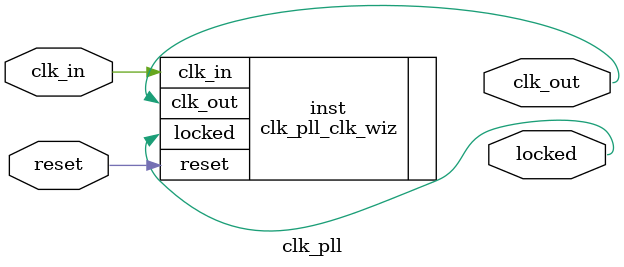
<source format=v>


`timescale 1ps/1ps

(* CORE_GENERATION_INFO = "clk_pll,clk_wiz_v6_0_4_0_0,{component_name=clk_pll,use_phase_alignment=true,use_min_o_jitter=false,use_max_i_jitter=false,use_dyn_phase_shift=false,use_inclk_switchover=false,use_dyn_reconfig=false,enable_axi=0,feedback_source=FDBK_AUTO,PRIMITIVE=PLL,num_out_clk=1,clkin1_period=10.000,clkin2_period=10.000,use_power_down=false,use_reset=true,use_locked=true,use_inclk_stopped=false,feedback_type=SINGLE,CLOCK_MGR_TYPE=NA,manual_override=false}" *)

module clk_pll 
 (
  // Clock out ports
  output        clk_out,
  // Status and control signals
  input         reset,
  output        locked,
 // Clock in ports
  input         clk_in
 );

  clk_pll_clk_wiz inst
  (
  // Clock out ports  
  .clk_out(clk_out),
  // Status and control signals               
  .reset(reset), 
  .locked(locked),
 // Clock in ports
  .clk_in(clk_in)
  );

endmodule

</source>
